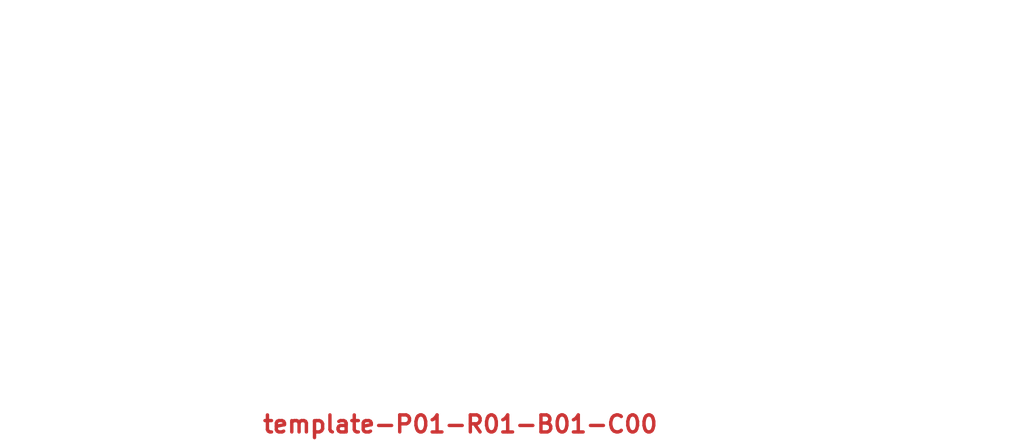
<source format=kicad_pcb>
(kicad_pcb (version 20211014) (generator pcbnew)

  (general
    (thickness 1.6)
  )

  (paper "A4")
  (title_block
    (title "${title}")
    (date "2022-03-07")
    (rev "R${release}")
    (company "${company}")
    (comment 1 "${release_state}")
    (comment 2 "${prefix}-P${type_number}-R${release}-B${pcb_variant}-C${pcb_ci}")
    (comment 3 "hardware/${prefix}-S${type_number}_${short_desciption}")
  )

  (layers
    (0 "F.Cu" signal)
    (31 "B.Cu" signal)
    (32 "B.Adhes" user "B.Adhesive")
    (33 "F.Adhes" user "F.Adhesive")
    (34 "B.Paste" user)
    (35 "F.Paste" user)
    (36 "B.SilkS" user "B.Silkscreen")
    (37 "F.SilkS" user "F.Silkscreen")
    (38 "B.Mask" user)
    (39 "F.Mask" user)
    (40 "Dwgs.User" user "User.Drawings")
    (41 "Cmts.User" user "User.Comments")
    (42 "Eco1.User" user "User.Eco1")
    (43 "Eco2.User" user "User.Eco2")
    (44 "Edge.Cuts" user)
    (45 "Margin" user)
    (46 "B.CrtYd" user "B.Courtyard")
    (47 "F.CrtYd" user "F.Courtyard")
    (48 "B.Fab" user)
    (49 "F.Fab" user)
    (50 "User.1" user "Nutzer.1")
    (51 "User.2" user "Nutzer.2")
    (52 "User.3" user "Nutzer.3")
    (53 "User.4" user "Nutzer.4")
    (54 "User.5" user "Nutzer.5")
    (55 "User.6" user "Nutzer.6")
    (56 "User.7" user "Nutzer.7")
    (57 "User.8" user "Nutzer.8")
    (58 "User.9" user "Nutzer.9")
  )

  (setup
    (stackup
      (layer "F.SilkS" (type "Top Silk Screen"))
      (layer "F.Paste" (type "Top Solder Paste"))
      (layer "F.Mask" (type "Top Solder Mask") (thickness 0.01))
      (layer "F.Cu" (type "copper") (thickness 0.035))
      (layer "dielectric 1" (type "core") (thickness 1.51) (material "FR4") (epsilon_r 4.5) (loss_tangent 0.02))
      (layer "B.Cu" (type "copper") (thickness 0.035))
      (layer "B.Mask" (type "Bottom Solder Mask") (thickness 0.01))
      (layer "B.Paste" (type "Bottom Solder Paste"))
      (layer "B.SilkS" (type "Bottom Silk Screen"))
      (copper_finish "None")
      (dielectric_constraints no)
    )
    (pad_to_mask_clearance 0)
    (pcbplotparams
      (layerselection 0x00010fc_ffffffff)
      (disableapertmacros false)
      (usegerberextensions false)
      (usegerberattributes true)
      (usegerberadvancedattributes true)
      (creategerberjobfile true)
      (svguseinch false)
      (svgprecision 6)
      (excludeedgelayer true)
      (plotframeref false)
      (viasonmask false)
      (mode 1)
      (useauxorigin false)
      (hpglpennumber 1)
      (hpglpenspeed 20)
      (hpglpendiameter 15.000000)
      (dxfpolygonmode true)
      (dxfimperialunits true)
      (dxfusepcbnewfont true)
      (psnegative false)
      (psa4output false)
      (plotreference true)
      (plotvalue true)
      (plotinvisibletext false)
      (sketchpadsonfab false)
      (subtractmaskfromsilk false)
      (outputformat 1)
      (mirror false)
      (drillshape 1)
      (scaleselection 1)
      (outputdirectory "")
    )
  )

  (property "company" "Linux Automation GmbH")
  (property "pcb_ci" "00")
  (property "pcb_variant" "01")
  (property "prefix" "template")
  (property "release" "01")
  (property "release_state" "draft")
  (property "sch_ci" "00")
  (property "sch_variant" "01")
  (property "short_desciption" "template_for_LAG_projects")
  (property "title" "Template Project")
  (property "type_number" "01")

  (net 0 "")

  (gr_text "${prefix}-P${type_number}-R${release}-B${pcb_variant}-C${pcb_ci}" (at 128.5 122.7) (layer "F.Cu") (tstamp 3e903008-0276-4a73-8edb-5d9dfde6297c)
    (effects (font (size 1.5 1.5) (thickness 0.3)))
  )
  (gr_text "Steps to complete setting up this PCB:\n\n* Update the PCB Layerstack\n* Check electrical rules\n* Setup minimal / default track width" (at 88 97) (layer "Eco1.User") (tstamp 5d9921f1-08b3-4cc9-8cf7-e9a72ca2fdb7)
    (effects (font (size 3 3) (thickness 0.15)) (justify left))
  )

)

</source>
